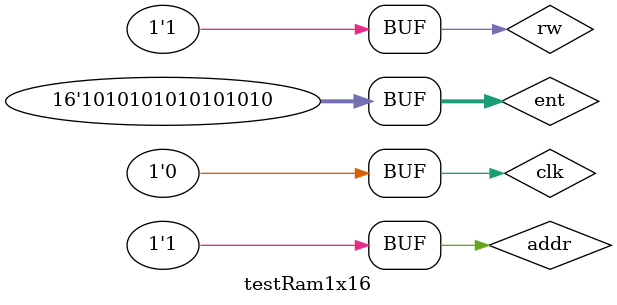
<source format=v>

`include"ram1x8.v"

module ram1x16(output[15:0] s, input addr, input rw, input clk, input[15:0] ent);
	ram1x8 RAM1X8_0(s[15:8], ent[15:8], addr, rw, clk);
	ram1x8 RAM1X8_1(s[7:0], ent[7:0], addr, rw, clk);
endmodule

module testRam1x16;
	wire[15:0] s;
	reg[15:0] ent;
	reg addr, rw, clk;
	
	ram1x16 RAM1X16(s, addr, rw, clk, ent);
	
	initial begin
	$display("Exercicio06 - Átila Martins Silva Júnior - 449014");
	
	ent = 16'b0000000000000000; addr = 1; rw = 1; clk = 0;
	
	$monitor("input: %b output: %b", ent, s);
	#4ent = 16'b1010101010101010; clk = 1;
	#4clk = 0;
	end
endmodule
</source>
